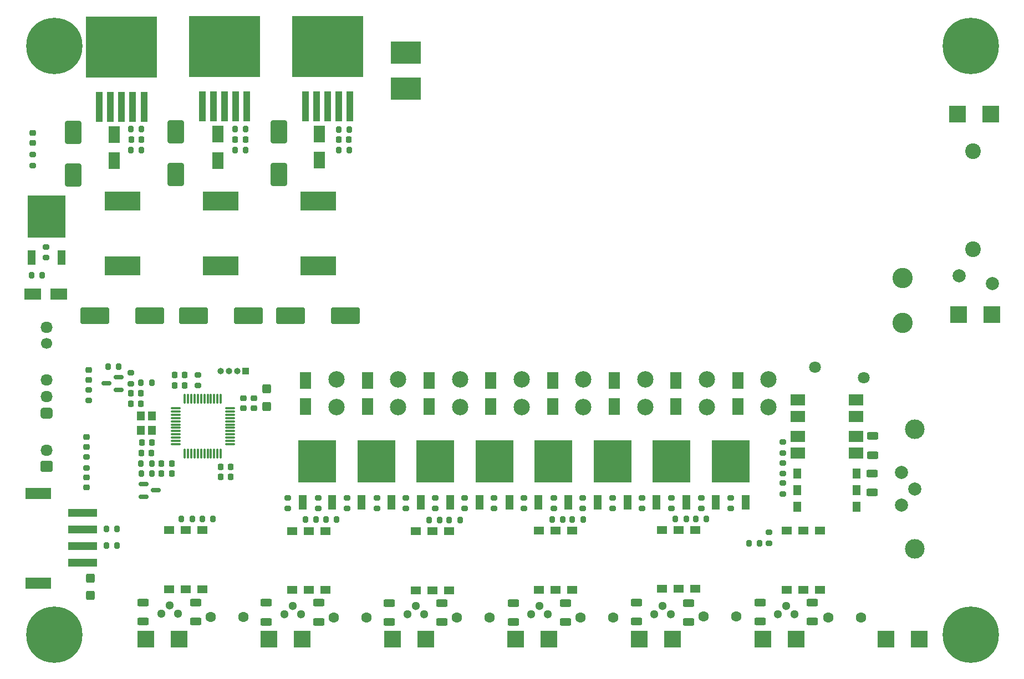
<source format=gbr>
%TF.GenerationSoftware,KiCad,Pcbnew,(6.0.0)*%
%TF.CreationDate,2022-03-30T16:25:39+04:00*%
%TF.ProjectId,Coffe_Machine_Gogokhia_Edition_SIMPLE,436f6666-655f-44d6-9163-68696e655f47,rev?*%
%TF.SameCoordinates,Original*%
%TF.FileFunction,Soldermask,Top*%
%TF.FilePolarity,Negative*%
%FSLAX46Y46*%
G04 Gerber Fmt 4.6, Leading zero omitted, Abs format (unit mm)*
G04 Created by KiCad (PCBNEW (6.0.0)) date 2022-03-30 16:25:39*
%MOMM*%
%LPD*%
G01*
G04 APERTURE LIST*
G04 Aperture macros list*
%AMRoundRect*
0 Rectangle with rounded corners*
0 $1 Rounding radius*
0 $2 $3 $4 $5 $6 $7 $8 $9 X,Y pos of 4 corners*
0 Add a 4 corners polygon primitive as box body*
4,1,4,$2,$3,$4,$5,$6,$7,$8,$9,$2,$3,0*
0 Add four circle primitives for the rounded corners*
1,1,$1+$1,$2,$3*
1,1,$1+$1,$4,$5*
1,1,$1+$1,$6,$7*
1,1,$1+$1,$8,$9*
0 Add four rect primitives between the rounded corners*
20,1,$1+$1,$2,$3,$4,$5,0*
20,1,$1+$1,$4,$5,$6,$7,0*
20,1,$1+$1,$6,$7,$8,$9,0*
20,1,$1+$1,$8,$9,$2,$3,0*%
G04 Aperture macros list end*
%ADD10R,1.000000X1.000000*%
%ADD11O,1.000000X1.000000*%
%ADD12RoundRect,0.250000X-1.950000X-1.000000X1.950000X-1.000000X1.950000X1.000000X-1.950000X1.000000X0*%
%ADD13RoundRect,0.225000X0.225000X0.250000X-0.225000X0.250000X-0.225000X-0.250000X0.225000X-0.250000X0*%
%ADD14RoundRect,0.250000X0.625000X-0.312500X0.625000X0.312500X-0.625000X0.312500X-0.625000X-0.312500X0*%
%ADD15RoundRect,0.225000X-0.225000X-0.250000X0.225000X-0.250000X0.225000X0.250000X-0.225000X0.250000X0*%
%ADD16RoundRect,0.200000X-0.200000X-0.275000X0.200000X-0.275000X0.200000X0.275000X-0.200000X0.275000X0*%
%ADD17RoundRect,0.225000X-0.250000X0.225000X-0.250000X-0.225000X0.250000X-0.225000X0.250000X0.225000X0*%
%ADD18R,1.800000X2.500000*%
%ADD19R,2.200000X1.700000*%
%ADD20R,1.200000X2.200000*%
%ADD21R,5.800000X6.400000*%
%ADD22C,1.300000*%
%ADD23RoundRect,0.250000X-0.625000X0.312500X-0.625000X-0.312500X0.625000X-0.312500X0.625000X0.312500X0*%
%ADD24R,2.500000X2.500000*%
%ADD25R,1.500000X1.300000*%
%ADD26RoundRect,0.249900X0.675100X-0.600100X0.675100X0.600100X-0.675100X0.600100X-0.675100X-0.600100X0*%
%ADD27O,1.850000X1.700000*%
%ADD28R,1.100000X4.600000*%
%ADD29R,10.800000X9.400000*%
%ADD30C,0.900000*%
%ADD31C,8.600000*%
%ADD32C,2.500000*%
%ADD33R,5.400000X2.900000*%
%ADD34RoundRect,0.200000X-0.275000X0.200000X-0.275000X-0.200000X0.275000X-0.200000X0.275000X0.200000X0*%
%ADD35R,1.300000X1.500000*%
%ADD36R,4.500000X1.300000*%
%ADD37R,3.900000X1.800000*%
%ADD38C,1.600000*%
%ADD39RoundRect,0.200000X0.200000X0.275000X-0.200000X0.275000X-0.200000X-0.275000X0.200000X-0.275000X0*%
%ADD40RoundRect,0.250000X0.425000X-0.450000X0.425000X0.450000X-0.425000X0.450000X-0.425000X-0.450000X0*%
%ADD41RoundRect,0.225000X0.250000X-0.225000X0.250000X0.225000X-0.250000X0.225000X-0.250000X-0.225000X0*%
%ADD42C,1.800000*%
%ADD43RoundRect,0.075000X-0.662500X-0.075000X0.662500X-0.075000X0.662500X0.075000X-0.662500X0.075000X0*%
%ADD44RoundRect,0.075000X-0.075000X-0.662500X0.075000X-0.662500X0.075000X0.662500X-0.075000X0.662500X0*%
%ADD45R,2.500000X1.800000*%
%ADD46C,1.700000*%
%ADD47RoundRect,0.200000X0.275000X-0.200000X0.275000X0.200000X-0.275000X0.200000X-0.275000X-0.200000X0*%
%ADD48RoundRect,0.425000X0.500000X-0.425000X0.500000X0.425000X-0.500000X0.425000X-0.500000X-0.425000X0*%
%ADD49RoundRect,0.150000X-0.587500X-0.150000X0.587500X-0.150000X0.587500X0.150000X-0.587500X0.150000X0*%
%ADD50C,2.010000*%
%ADD51RoundRect,0.250000X-0.425000X0.450000X-0.425000X-0.450000X0.425000X-0.450000X0.425000X0.450000X0*%
%ADD52RoundRect,0.250000X-1.000000X1.500000X-1.000000X-1.500000X1.000000X-1.500000X1.000000X1.500000X0*%
%ADD53C,2.000000*%
%ADD54C,3.000000*%
%ADD55C,2.400000*%
%ADD56RoundRect,0.150000X0.587500X0.150000X-0.587500X0.150000X-0.587500X-0.150000X0.587500X-0.150000X0*%
%ADD57R,1.200000X1.400000*%
%ADD58RoundRect,0.218750X0.256250X-0.218750X0.256250X0.218750X-0.256250X0.218750X-0.256250X-0.218750X0*%
%ADD59C,3.100000*%
%ADD60R,4.600000X3.400000*%
G04 APERTURE END LIST*
D10*
%TO.C,J11*%
X89710000Y-86250000D03*
D11*
X88440000Y-86250000D03*
X87170000Y-86250000D03*
X85900000Y-86250000D03*
%TD*%
D12*
%TO.C,C9*%
X66640000Y-77795000D03*
X75040000Y-77795000D03*
%TD*%
D13*
%TO.C,C11*%
X80408330Y-88445000D03*
X78858330Y-88445000D03*
%TD*%
D14*
%TO.C,R39*%
X130566670Y-124587500D03*
X130566670Y-121662500D03*
%TD*%
D15*
%TO.C,C15*%
X72185000Y-91195000D03*
X73735000Y-91195000D03*
%TD*%
D16*
%TO.C,R58*%
X158441670Y-108825000D03*
X160091670Y-108825000D03*
%TD*%
%TO.C,R37*%
X136501670Y-108925000D03*
X138151670Y-108925000D03*
%TD*%
D17*
%TO.C,C23*%
X65440000Y-102485000D03*
X65440000Y-104035000D03*
%TD*%
D18*
%TO.C,D6*%
X146000000Y-87625000D03*
X146000000Y-91625000D03*
%TD*%
D16*
%TO.C,R49*%
X98841670Y-108885000D03*
X100491670Y-108885000D03*
%TD*%
D12*
%TO.C,C5*%
X96580000Y-77745000D03*
X104980000Y-77745000D03*
%TD*%
D16*
%TO.C,R12*%
X72175000Y-52445000D03*
X73825000Y-52445000D03*
%TD*%
D19*
%TO.C,U5*%
X182891670Y-98738000D03*
X182891670Y-96198000D03*
X173991670Y-96205000D03*
X173991670Y-98745000D03*
%TD*%
D20*
%TO.C,Q2*%
X152472380Y-106325000D03*
D21*
X154752380Y-100025000D03*
D20*
X157032380Y-106325000D03*
%TD*%
D22*
%TO.C,Q7*%
X135836670Y-123425000D03*
X133296670Y-123425000D03*
X134566670Y-122155000D03*
%TD*%
D23*
%TO.C,R63*%
X176266670Y-121600000D03*
X176266670Y-124525000D03*
%TD*%
D24*
%TO.C,J12*%
X98356670Y-127225000D03*
X93276670Y-127225000D03*
%TD*%
D25*
%TO.C,U14*%
X158406670Y-110525000D03*
X155866670Y-110525000D03*
X153326670Y-110525000D03*
X153326670Y-119525000D03*
X155866670Y-119525000D03*
X158406670Y-119525000D03*
%TD*%
D16*
%TO.C,R48*%
X83096670Y-108855000D03*
X84746670Y-108855000D03*
%TD*%
D15*
%TO.C,C6*%
X88125000Y-50815000D03*
X89675000Y-50815000D03*
%TD*%
%TO.C,C18*%
X73785000Y-98745000D03*
X75335000Y-98745000D03*
%TD*%
D26*
%TO.C,J5*%
X59305300Y-100791500D03*
D27*
X59305300Y-98291500D03*
%TD*%
D23*
%TO.C,R15*%
X185466670Y-96162500D03*
X185466670Y-99087500D03*
%TD*%
D28*
%TO.C,U2*%
X98840000Y-45780000D03*
X100540000Y-45780000D03*
D29*
X102240000Y-36630000D03*
D28*
X102240000Y-45780000D03*
X103940000Y-45780000D03*
X105640000Y-45780000D03*
%TD*%
D30*
%TO.C,REF\u002A\u002A*%
X57241670Y-36525000D03*
X58186251Y-38805419D03*
X62747089Y-34244581D03*
D31*
X60466670Y-36525000D03*
D30*
X60466670Y-33300000D03*
X60466670Y-39750000D03*
X62747089Y-38805419D03*
X63691670Y-36525000D03*
X58186251Y-34244581D03*
%TD*%
D32*
%TO.C,J16*%
X122433335Y-91725000D03*
X122433335Y-87525000D03*
%TD*%
D20*
%TO.C,Q1*%
X161486670Y-106325000D03*
D21*
X163766670Y-100025000D03*
D20*
X166046670Y-106325000D03*
%TD*%
D33*
%TO.C,L1*%
X85921000Y-60205000D03*
X85921000Y-70105000D03*
%TD*%
%TO.C,L2*%
X100780000Y-60265000D03*
X100780000Y-70165000D03*
%TD*%
D34*
%TO.C,R29*%
X163766670Y-105600000D03*
X163766670Y-107250000D03*
%TD*%
%TO.C,R27*%
X127666670Y-105600000D03*
X127666670Y-107250000D03*
%TD*%
D16*
%TO.C,R25*%
X68439000Y-112931000D03*
X70089000Y-112931000D03*
%TD*%
D35*
%TO.C,U6*%
X173966670Y-101885000D03*
X173966670Y-104425000D03*
X173966670Y-106965000D03*
X182966670Y-106965000D03*
X182966670Y-104425000D03*
X182966670Y-101885000D03*
%TD*%
D22*
%TO.C,Q8*%
X116936670Y-123425000D03*
X114396670Y-123425000D03*
X115666670Y-122155000D03*
%TD*%
D28*
%TO.C,U7*%
X67370000Y-45810000D03*
X69070000Y-45810000D03*
D29*
X70770000Y-36660000D03*
D28*
X70770000Y-45810000D03*
X72470000Y-45810000D03*
X74170000Y-45810000D03*
%TD*%
D36*
%TO.C,J19*%
X64816670Y-115477000D03*
X64816670Y-112937000D03*
X64816670Y-110397000D03*
X64816670Y-107857000D03*
D37*
X58016670Y-104967000D03*
X58016670Y-118627000D03*
%TD*%
D20*
%TO.C,Q4*%
X143458095Y-106325000D03*
D21*
X145738095Y-100025000D03*
D20*
X148018095Y-106325000D03*
%TD*%
D18*
%TO.C,D7*%
X127146668Y-87625000D03*
X127146668Y-91625000D03*
%TD*%
D38*
%TO.C,C29*%
X108166670Y-123885000D03*
X103166670Y-123885000D03*
%TD*%
D39*
%TO.C,R57*%
X168191670Y-112525000D03*
X166541670Y-112525000D03*
%TD*%
D40*
%TO.C,C26*%
X92900000Y-91675000D03*
X92900000Y-88975000D03*
%TD*%
D24*
%TO.C,J23*%
X154906670Y-127225000D03*
X149826670Y-127225000D03*
%TD*%
D41*
%TO.C,C12*%
X89360000Y-91920000D03*
X89360000Y-90370000D03*
%TD*%
D16*
%TO.C,R35*%
X139601670Y-108925000D03*
X141251670Y-108925000D03*
%TD*%
D18*
%TO.C,D10*%
X117720002Y-87625000D03*
X117720002Y-91625000D03*
%TD*%
%TO.C,D2*%
X85480000Y-50015000D03*
X85480000Y-54015000D03*
%TD*%
D20*
%TO.C,Q9*%
X107400955Y-106325000D03*
D21*
X109680955Y-100025000D03*
D20*
X111960955Y-106325000D03*
%TD*%
D38*
%TO.C,C38*%
X126966670Y-123925000D03*
X121966670Y-123925000D03*
%TD*%
D24*
%TO.C,J9*%
X192606670Y-127225000D03*
X187526670Y-127225000D03*
%TD*%
D34*
%TO.C,R19*%
X132166670Y-105600000D03*
X132166670Y-107250000D03*
%TD*%
D42*
%TO.C,RV1*%
X184116670Y-87245000D03*
X176616670Y-85611670D03*
%TD*%
D43*
%TO.C,U9*%
X78997500Y-91895000D03*
X78997500Y-92395000D03*
X78997500Y-92895000D03*
X78997500Y-93395000D03*
X78997500Y-93895000D03*
X78997500Y-94395000D03*
X78997500Y-94895000D03*
X78997500Y-95395000D03*
X78997500Y-95895000D03*
X78997500Y-96395000D03*
X78997500Y-96895000D03*
X78997500Y-97395000D03*
D44*
X80410000Y-98807500D03*
X80910000Y-98807500D03*
X81410000Y-98807500D03*
X81910000Y-98807500D03*
X82410000Y-98807500D03*
X82910000Y-98807500D03*
X83410000Y-98807500D03*
X83910000Y-98807500D03*
X84410000Y-98807500D03*
X84910000Y-98807500D03*
X85410000Y-98807500D03*
X85910000Y-98807500D03*
D43*
X87322500Y-97395000D03*
X87322500Y-96895000D03*
X87322500Y-96395000D03*
X87322500Y-95895000D03*
X87322500Y-95395000D03*
X87322500Y-94895000D03*
X87322500Y-94395000D03*
X87322500Y-93895000D03*
X87322500Y-93395000D03*
X87322500Y-92895000D03*
X87322500Y-92395000D03*
X87322500Y-91895000D03*
D44*
X85910000Y-90482500D03*
X85410000Y-90482500D03*
X84910000Y-90482500D03*
X84410000Y-90482500D03*
X83910000Y-90482500D03*
X83410000Y-90482500D03*
X82910000Y-90482500D03*
X82410000Y-90482500D03*
X81910000Y-90482500D03*
X81410000Y-90482500D03*
X80910000Y-90482500D03*
X80410000Y-90482500D03*
%TD*%
D34*
%TO.C,R13*%
X123166670Y-105600000D03*
X123166670Y-107250000D03*
%TD*%
D45*
%TO.C,D13*%
X57170000Y-74485000D03*
X61170000Y-74485000D03*
%TD*%
D34*
%TO.C,R34*%
X154766670Y-105600000D03*
X154766670Y-107250000D03*
%TD*%
D46*
%TO.C,J21*%
X59321600Y-81996400D03*
D27*
X59321600Y-79496400D03*
%TD*%
D34*
%TO.C,R7*%
X159266670Y-105600000D03*
X159266670Y-107250000D03*
%TD*%
D15*
%TO.C,C17*%
X85895000Y-100845000D03*
X87445000Y-100845000D03*
%TD*%
D34*
%TO.C,R8*%
X150266670Y-105600000D03*
X150266670Y-107250000D03*
%TD*%
D39*
%TO.C,R2*%
X89725000Y-49265000D03*
X88075000Y-49265000D03*
%TD*%
D38*
%TO.C,C32*%
X164666670Y-123762500D03*
X159666670Y-123762500D03*
%TD*%
D34*
%TO.C,R26*%
X82413330Y-86810000D03*
X82413330Y-88460000D03*
%TD*%
D13*
%TO.C,C13*%
X80408330Y-86855000D03*
X78858330Y-86855000D03*
%TD*%
D28*
%TO.C,U1*%
X83105000Y-45790000D03*
X84805000Y-45790000D03*
D29*
X86505000Y-36640000D03*
D28*
X86505000Y-45790000D03*
X88205000Y-45790000D03*
X89905000Y-45790000D03*
%TD*%
D34*
%TO.C,R20*%
X114166670Y-105600000D03*
X114166670Y-107250000D03*
%TD*%
D22*
%TO.C,Q14*%
X79336670Y-123325000D03*
X76796670Y-123325000D03*
X78066670Y-122055000D03*
%TD*%
D47*
%TO.C,R18*%
X171756670Y-104990000D03*
X171756670Y-103340000D03*
%TD*%
%TO.C,R56*%
X59260000Y-68890000D03*
X59260000Y-67240000D03*
%TD*%
D25*
%TO.C,U11*%
X139606670Y-110625000D03*
X137066670Y-110625000D03*
X134526670Y-110625000D03*
X134526670Y-119625000D03*
X137066670Y-119625000D03*
X139606670Y-119625000D03*
%TD*%
D16*
%TO.C,R38*%
X117701670Y-109025000D03*
X119351670Y-109025000D03*
%TD*%
D15*
%TO.C,C16*%
X73868330Y-97105000D03*
X75418330Y-97105000D03*
%TD*%
D18*
%TO.C,D4*%
X164853332Y-87625000D03*
X164853332Y-91625000D03*
%TD*%
D16*
%TO.C,R60*%
X155341670Y-108825000D03*
X156991670Y-108825000D03*
%TD*%
D17*
%TO.C,C24*%
X65700000Y-86040000D03*
X65700000Y-87590000D03*
%TD*%
D24*
%TO.C,J1*%
X198446670Y-46970000D03*
X203526670Y-46970000D03*
%TD*%
D32*
%TO.C,J17*%
X103580003Y-91725000D03*
X103580003Y-87525000D03*
%TD*%
D24*
%TO.C,J14*%
X130976670Y-127225000D03*
X136056670Y-127225000D03*
%TD*%
D22*
%TO.C,Q16*%
X173536670Y-123362500D03*
X170996670Y-123362500D03*
X172266670Y-122092500D03*
%TD*%
D32*
%TO.C,J4*%
X160139999Y-91725000D03*
X160139999Y-87525000D03*
%TD*%
D23*
%TO.C,R41*%
X138566670Y-121662500D03*
X138566670Y-124587500D03*
%TD*%
D25*
%TO.C,U8*%
X101906670Y-110685000D03*
X99366670Y-110685000D03*
X96826670Y-110685000D03*
X96826670Y-119685000D03*
X99366670Y-119685000D03*
X101906670Y-119685000D03*
%TD*%
D41*
%TO.C,C14*%
X90960000Y-91930000D03*
X90960000Y-90380000D03*
%TD*%
D14*
%TO.C,R62*%
X149366670Y-124525000D03*
X149366670Y-121600000D03*
%TD*%
D18*
%TO.C,D9*%
X136573334Y-87625000D03*
X136573334Y-91625000D03*
%TD*%
D48*
%TO.C,J7*%
X59326324Y-92684200D03*
D27*
X59326324Y-90144200D03*
X59326324Y-87604200D03*
%TD*%
D47*
%TO.C,R43*%
X65700000Y-90740000D03*
X65700000Y-89090000D03*
%TD*%
D49*
%TO.C,U3*%
X74082500Y-103505000D03*
X74082500Y-105405000D03*
X75957500Y-104455000D03*
%TD*%
D15*
%TO.C,C22*%
X76865000Y-100325000D03*
X78415000Y-100325000D03*
%TD*%
D22*
%TO.C,Q13*%
X98136670Y-123385000D03*
X95596670Y-123385000D03*
X96866670Y-122115000D03*
%TD*%
D18*
%TO.C,D12*%
X69620000Y-50035000D03*
X69620000Y-54035000D03*
%TD*%
D33*
%TO.C,L3*%
X70940000Y-60265000D03*
X70940000Y-70165000D03*
%TD*%
D34*
%TO.C,R14*%
X105166670Y-105600000D03*
X105166670Y-107250000D03*
%TD*%
D32*
%TO.C,J13*%
X141286667Y-91725000D03*
X141286667Y-87525000D03*
%TD*%
D34*
%TO.C,R28*%
X109766670Y-105600000D03*
X109766670Y-107250000D03*
%TD*%
D32*
%TO.C,J3*%
X169566670Y-91725000D03*
X169566670Y-87525000D03*
%TD*%
D24*
%TO.C,J22*%
X173756670Y-127225000D03*
X168676670Y-127225000D03*
%TD*%
D20*
%TO.C,Q15*%
X57010000Y-68875000D03*
D21*
X59290000Y-62575000D03*
D20*
X61570000Y-68875000D03*
%TD*%
D15*
%TO.C,C21*%
X76865000Y-101925000D03*
X78415000Y-101925000D03*
%TD*%
D18*
%TO.C,D8*%
X108293336Y-87625000D03*
X108293336Y-91625000D03*
%TD*%
%TO.C,D11*%
X98866670Y-87625000D03*
X98866670Y-91625000D03*
%TD*%
D34*
%TO.C,R32*%
X118666670Y-105600000D03*
X118666670Y-107250000D03*
%TD*%
D12*
%TO.C,C4*%
X81710000Y-77775000D03*
X90110000Y-77775000D03*
%TD*%
D25*
%TO.C,U10*%
X83106670Y-110565000D03*
X80566670Y-110565000D03*
X78026670Y-110565000D03*
X78026670Y-119565000D03*
X80566670Y-119565000D03*
X83106670Y-119565000D03*
%TD*%
D34*
%TO.C,R30*%
X145766670Y-105600000D03*
X145766670Y-107250000D03*
%TD*%
D14*
%TO.C,R61*%
X168266670Y-124525000D03*
X168266670Y-121600000D03*
%TD*%
D25*
%TO.C,U13*%
X177406670Y-110625000D03*
X174866670Y-110625000D03*
X172326670Y-110625000D03*
X172326670Y-119625000D03*
X174866670Y-119625000D03*
X177406670Y-119625000D03*
%TD*%
D23*
%TO.C,R64*%
X157366670Y-121662500D03*
X157366670Y-124587500D03*
%TD*%
D15*
%TO.C,C7*%
X103935000Y-50875000D03*
X105485000Y-50875000D03*
%TD*%
D50*
%TO.C,F1*%
X203736670Y-72870000D03*
X198636670Y-71670000D03*
%TD*%
D51*
%TO.C,C25*%
X65962000Y-117851000D03*
X65962000Y-120551000D03*
%TD*%
D39*
%TO.C,R6*%
X75395000Y-101905000D03*
X73745000Y-101905000D03*
%TD*%
D18*
%TO.C,D3*%
X100940000Y-50005000D03*
X100940000Y-54005000D03*
%TD*%
D34*
%TO.C,R59*%
X169666670Y-110900000D03*
X169666670Y-112550000D03*
%TD*%
D18*
%TO.C,D5*%
X155426666Y-87625000D03*
X155426666Y-91625000D03*
%TD*%
D24*
%TO.C,J2*%
X203626670Y-77570000D03*
X198546670Y-77570000D03*
%TD*%
%TO.C,J15*%
X112126670Y-127225000D03*
X117206670Y-127225000D03*
%TD*%
D52*
%TO.C,C3*%
X94770000Y-49675000D03*
X94770000Y-56175000D03*
%TD*%
D32*
%TO.C,J8*%
X131860001Y-91725000D03*
X131860001Y-87525000D03*
%TD*%
D31*
%TO.C,REF\u002A\u002A*%
X60466670Y-126525000D03*
D30*
X63691670Y-126525000D03*
X57241670Y-126525000D03*
X58186251Y-128805419D03*
X58186251Y-124244581D03*
X62747089Y-128805419D03*
X60466670Y-123300000D03*
X60466670Y-129750000D03*
X62747089Y-124244581D03*
%TD*%
D16*
%TO.C,R5*%
X103885000Y-52455000D03*
X105535000Y-52455000D03*
%TD*%
D41*
%TO.C,C27*%
X65440000Y-97860000D03*
X65440000Y-96310000D03*
%TD*%
D34*
%TO.C,R10*%
X141166670Y-105600000D03*
X141166670Y-107250000D03*
%TD*%
D20*
%TO.C,Q6*%
X125429525Y-106325000D03*
D21*
X127709525Y-100025000D03*
D20*
X129989525Y-106325000D03*
%TD*%
D53*
%TO.C,Q3*%
X189866670Y-101725000D03*
X191866670Y-104225000D03*
X189866670Y-106725000D03*
D54*
X191866670Y-113375000D03*
X191866670Y-95075000D03*
%TD*%
D16*
%TO.C,R46*%
X73725000Y-88035000D03*
X75375000Y-88035000D03*
%TD*%
D34*
%TO.C,R33*%
X100766670Y-105600000D03*
X100766670Y-107250000D03*
%TD*%
D16*
%TO.C,R4*%
X88085000Y-52415000D03*
X89735000Y-52415000D03*
%TD*%
D32*
%TO.C,J6*%
X150713333Y-91725000D03*
X150713333Y-87525000D03*
%TD*%
D55*
%TO.C,C1*%
X200806670Y-52620000D03*
X200806670Y-67620000D03*
%TD*%
D16*
%TO.C,R23*%
X68439000Y-110391000D03*
X70089000Y-110391000D03*
%TD*%
D20*
%TO.C,Q12*%
X98386670Y-106325000D03*
D21*
X100666670Y-100025000D03*
D20*
X102946670Y-106325000D03*
%TD*%
D47*
%TO.C,R17*%
X171756670Y-101890000D03*
X171756670Y-100240000D03*
%TD*%
D16*
%TO.C,R36*%
X120801670Y-109025000D03*
X122451670Y-109025000D03*
%TD*%
D23*
%TO.C,R42*%
X119666670Y-121662500D03*
X119666670Y-124587500D03*
%TD*%
D25*
%TO.C,U12*%
X120806670Y-110725000D03*
X118266670Y-110725000D03*
X115726670Y-110725000D03*
X115726670Y-119725000D03*
X118266670Y-119725000D03*
X120806670Y-119725000D03*
%TD*%
D24*
%TO.C,J20*%
X79506670Y-127225000D03*
X74426670Y-127225000D03*
%TD*%
D23*
%TO.C,R54*%
X82066670Y-121602500D03*
X82066670Y-124527500D03*
%TD*%
D30*
%TO.C,REF\u002A\u002A*%
X200466670Y-123300000D03*
X197241670Y-126525000D03*
X202747089Y-128805419D03*
X198186251Y-124244581D03*
D31*
X200466670Y-126525000D03*
D30*
X198186251Y-128805419D03*
X202747089Y-124244581D03*
X203691670Y-126525000D03*
X200466670Y-129750000D03*
%TD*%
D22*
%TO.C,Q17*%
X154636670Y-123362500D03*
X152096670Y-123362500D03*
X153366670Y-122092500D03*
%TD*%
D14*
%TO.C,R52*%
X74066670Y-124527500D03*
X74066670Y-121602500D03*
%TD*%
D38*
%TO.C,C30*%
X89366670Y-123825000D03*
X84366670Y-123825000D03*
%TD*%
D47*
%TO.C,R1*%
X57230000Y-54800000D03*
X57230000Y-53150000D03*
%TD*%
D14*
%TO.C,R40*%
X111666670Y-124587500D03*
X111666670Y-121662500D03*
%TD*%
D15*
%TO.C,C19*%
X85905000Y-102435000D03*
X87455000Y-102435000D03*
%TD*%
D56*
%TO.C,Q5*%
X70337500Y-89065000D03*
X70337500Y-87165000D03*
X68462500Y-88115000D03*
%TD*%
D34*
%TO.C,R31*%
X136766670Y-105600000D03*
X136766670Y-107250000D03*
%TD*%
D47*
%TO.C,R16*%
X171766670Y-98750000D03*
X171766670Y-97100000D03*
%TD*%
D31*
%TO.C,REF\u002A\u002A*%
X200466670Y-36525000D03*
D30*
X200466670Y-33300000D03*
X197241670Y-36525000D03*
X198186251Y-38805419D03*
X202747089Y-38805419D03*
X198186251Y-34244581D03*
X202747089Y-34244581D03*
X200466670Y-39750000D03*
X203691670Y-36525000D03*
%TD*%
D39*
%TO.C,R11*%
X73825000Y-49265000D03*
X72175000Y-49265000D03*
%TD*%
D14*
%TO.C,R21*%
X185366670Y-104787500D03*
X185366670Y-101862500D03*
%TD*%
D47*
%TO.C,R9*%
X65440000Y-101010000D03*
X65440000Y-99360000D03*
%TD*%
D34*
%TO.C,R22*%
X96126670Y-105585000D03*
X96126670Y-107235000D03*
%TD*%
D38*
%TO.C,C31*%
X183666670Y-123862500D03*
X178666670Y-123862500D03*
%TD*%
D13*
%TO.C,C28*%
X73735000Y-89645000D03*
X72185000Y-89645000D03*
%TD*%
D52*
%TO.C,C2*%
X63330000Y-49757500D03*
X63330000Y-56257500D03*
%TD*%
D19*
%TO.C,U4*%
X182891670Y-93138000D03*
X182891670Y-90598000D03*
X173991670Y-90605000D03*
X173991670Y-93145000D03*
%TD*%
D39*
%TO.C,R55*%
X58655000Y-71615000D03*
X57005000Y-71615000D03*
%TD*%
D38*
%TO.C,C37*%
X145866670Y-123925000D03*
X140866670Y-123925000D03*
%TD*%
D16*
%TO.C,R50*%
X79916670Y-108815000D03*
X81566670Y-108815000D03*
%TD*%
%TO.C,R47*%
X101941670Y-108885000D03*
X103591670Y-108885000D03*
%TD*%
D57*
%TO.C,Y1*%
X73710000Y-93045000D03*
X73710000Y-95245000D03*
X75410000Y-95245000D03*
X75410000Y-93045000D03*
%TD*%
D14*
%TO.C,R51*%
X92866670Y-124547500D03*
X92866670Y-121622500D03*
%TD*%
D32*
%TO.C,J10*%
X113006669Y-91725000D03*
X113006669Y-87525000D03*
%TD*%
D58*
%TO.C,D1*%
X57230000Y-51362500D03*
X57230000Y-49787500D03*
%TD*%
D15*
%TO.C,C10*%
X72225000Y-50865000D03*
X73775000Y-50865000D03*
%TD*%
D34*
%TO.C,R45*%
X72200000Y-86490000D03*
X72200000Y-88140000D03*
%TD*%
D16*
%TO.C,R24*%
X73735000Y-100345000D03*
X75385000Y-100345000D03*
%TD*%
%TO.C,R44*%
X68675000Y-85515000D03*
X70325000Y-85515000D03*
%TD*%
D59*
%TO.C,PS1*%
X190066670Y-78825000D03*
X190066670Y-72025000D03*
D60*
X114166670Y-43025000D03*
X114166670Y-37525000D03*
%TD*%
D39*
%TO.C,R3*%
X105535000Y-49305000D03*
X103885000Y-49305000D03*
%TD*%
D52*
%TO.C,C8*%
X79000000Y-49675000D03*
X79000000Y-56175000D03*
%TD*%
D20*
%TO.C,Q11*%
X116415240Y-106325000D03*
D21*
X118695240Y-100025000D03*
D20*
X120975240Y-106325000D03*
%TD*%
%TO.C,Q10*%
X134443810Y-106325000D03*
D21*
X136723810Y-100025000D03*
D20*
X139003810Y-106325000D03*
%TD*%
D23*
%TO.C,R53*%
X100866670Y-121622500D03*
X100866670Y-124547500D03*
%TD*%
M02*

</source>
